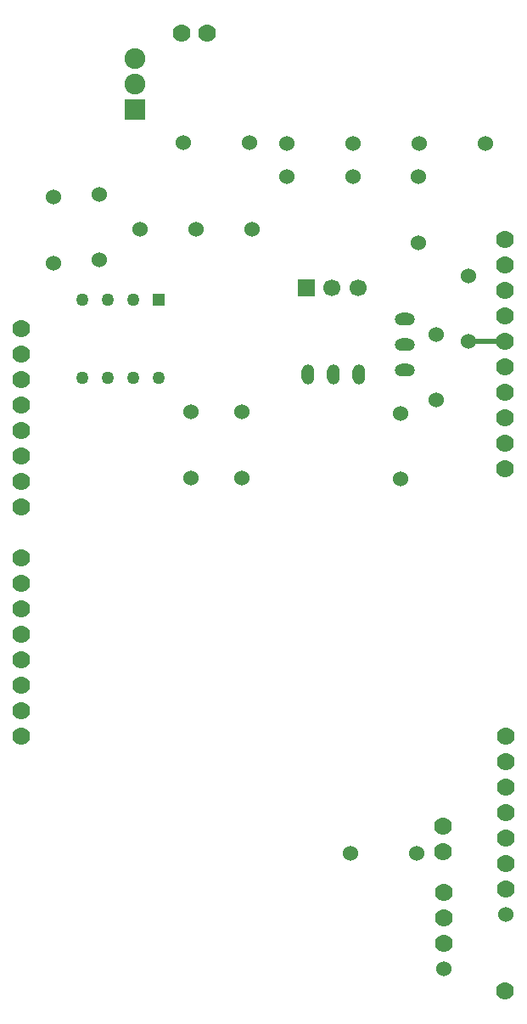
<source format=gtl>
G04 Layer: TopLayer*
G04 EasyEDA v6.5.22, 2023-01-17 12:05:17*
G04 b103a448d6604d23990311a0c4fa42b9,79949195797447f9ac56d6811569d7a0,10*
G04 Gerber Generator version 0.2*
G04 Scale: 100 percent, Rotated: No, Reflected: No *
G04 Dimensions in millimeters *
G04 leading zeros omitted , absolute positions ,4 integer and 5 decimal *
%FSLAX45Y45*%
%MOMM*%

%ADD10C,0.5000*%
%ADD11C,1.5240*%
%ADD12R,2.0701X2.0701*%
%ADD13C,2.0700*%
%ADD14C,2.0701*%
%ADD15R,1.2659X1.2659*%
%ADD16C,1.2659*%
%ADD17C,1.2660*%
%ADD18O,2.032X1.27*%
%ADD19O,1.27X2.032*%
%ADD20R,1.7000X1.7000*%
%ADD21C,1.7000*%
%ADD22C,1.7780*%

%LPD*%
D10*
X2628900Y1364462D02*
G01*
X2266162Y1364462D01*
X2260600Y1358900D01*
D11*
G01*
X-1422400Y2171700D03*
G01*
X-1422400Y2829661D03*
G01*
X0Y0D03*
G01*
X0Y657961D03*
G01*
X-508000Y50D03*
G01*
X-508000Y657961D03*
G01*
X1110437Y3002762D03*
G01*
X452500Y3002762D03*
G01*
X2260600Y1358900D03*
G01*
X2260600Y2016861D03*
G01*
X1943100Y774750D03*
G01*
X1943100Y1432661D03*
G01*
X1587500Y-12649D03*
G01*
X1587500Y645261D03*
G01*
X2428392Y3332937D03*
G01*
X1768398Y3332962D03*
G01*
X1108405Y3332937D03*
G01*
X448411Y3332962D03*
G01*
X1745409Y-3740929D03*
G01*
X1087493Y-3740945D03*
D12*
G01*
X-1066800Y3675862D03*
D13*
G01*
X-1066800Y3929837D03*
D14*
G01*
X-1066800Y4183862D03*
D11*
G01*
X1765300Y2342362D03*
G01*
X1765300Y3002356D03*
G01*
X-1879600Y2139162D03*
G01*
X-1879600Y2799130D03*
G01*
X-584200Y3345662D03*
G01*
X75793Y3345637D03*
D15*
G01*
X-825500Y1780362D03*
D16*
G01*
X-1079500Y1780362D03*
G01*
X-1333500Y1780362D03*
D17*
G01*
X-1587500Y1780336D03*
D16*
G01*
X-1587500Y999363D03*
G01*
X-1333500Y999363D03*
G01*
X-1079500Y999363D03*
G01*
X-825500Y999363D03*
D11*
G01*
X102819Y2482062D03*
G01*
X-457200Y2482062D03*
G01*
X-1017193Y2482062D03*
D18*
G01*
X1625600Y1326362D03*
G01*
X1625600Y1580337D03*
G01*
X1625600Y1072362D03*
D19*
G01*
X914400Y1034262D03*
G01*
X1168400Y1034237D03*
G01*
X660400Y1034262D03*
D20*
G01*
X642594Y1897837D03*
D21*
G01*
X1160779Y1897862D03*
G01*
X901700Y1897862D03*
D22*
G01*
X2628894Y1618396D03*
G01*
X2628900Y1872462D03*
G01*
X2628900Y2126462D03*
G01*
X2628900Y2380462D03*
G01*
X2628900Y1364462D03*
G01*
X2628900Y1110462D03*
G01*
X2628900Y856462D03*
G01*
X2628900Y602462D03*
G01*
X2628900Y348462D03*
G01*
X2628900Y94462D03*
G01*
X-2197100Y1491462D03*
G01*
X-2197100Y1237462D03*
G01*
X-2197100Y983462D03*
G01*
X-2197100Y729462D03*
G01*
X-2197100Y475462D03*
G01*
X-2197100Y221462D03*
G01*
X-2197100Y-32562D03*
G01*
X-2197100Y-286537D03*
G01*
X-2197100Y-2318537D03*
G01*
X-2197100Y-2572537D03*
G01*
X-2197100Y-1810537D03*
G01*
X-2197100Y-2064537D03*
G01*
X-2197100Y-1556537D03*
G01*
X-2197100Y-1302537D03*
G01*
X-2197100Y-1048537D03*
G01*
X-2197100Y-794537D03*
G01*
X2634741Y-2572537D03*
G01*
X2634741Y-2826537D03*
G01*
X2634741Y-3080537D03*
G01*
X2634741Y-3334537D03*
G01*
X2634741Y-3588537D03*
G01*
X2634741Y-3842537D03*
G01*
X2634741Y-4096537D03*
D11*
G01*
X2634741Y-4350537D03*
D22*
G01*
X2006600Y-3474237D03*
G01*
X2006600Y-3728237D03*
D11*
G01*
X2019300Y-4896637D03*
D22*
G01*
X2019300Y-4642637D03*
G01*
X2019300Y-4388637D03*
G01*
X2019300Y-4134637D03*
G01*
X2628900Y-5112537D03*
G01*
X-342900Y4437862D03*
G01*
X-596900Y4437862D03*
M02*

</source>
